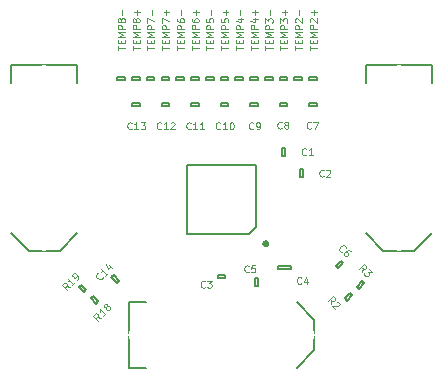
<source format=gto>
G04 #@! TF.FileFunction,Legend,Top*
%FSLAX46Y46*%
G04 Gerber Fmt 4.6, Leading zero omitted, Abs format (unit mm)*
G04 Created by KiCad (PCBNEW 4.0.2+e4-6225~38~ubuntu14.04.1-stable) date Fri 17 Jun 2016 18:56:52 BST*
%MOMM*%
G01*
G04 APERTURE LIST*
%ADD10C,0.100000*%
%ADD11C,0.120000*%
%ADD12C,0.200000*%
%ADD13C,0.150000*%
%ADD14R,1.500000X0.300000*%
%ADD15R,0.300000X1.500000*%
%ADD16C,0.800000*%
%ADD17R,0.800000X0.800000*%
%ADD18O,0.800000X0.800000*%
%ADD19R,2.920000X0.740000*%
%ADD20C,1.200000*%
%ADD21R,0.740000X2.920000*%
%ADD22R,0.900000X0.750000*%
%ADD23R,0.750000X0.900000*%
%ADD24R,1.450000X1.150000*%
G04 APERTURE END LIST*
D10*
D11*
X104971429Y-90842857D02*
X104971429Y-90500000D01*
X105571429Y-90671429D02*
X104971429Y-90671429D01*
X105257143Y-90300000D02*
X105257143Y-90100000D01*
X105571429Y-90014286D02*
X105571429Y-90300000D01*
X104971429Y-90300000D01*
X104971429Y-90014286D01*
X105571429Y-89757143D02*
X104971429Y-89757143D01*
X105400000Y-89557143D01*
X104971429Y-89357143D01*
X105571429Y-89357143D01*
X105571429Y-89071429D02*
X104971429Y-89071429D01*
X104971429Y-88842857D01*
X105000000Y-88785715D01*
X105028571Y-88757143D01*
X105085714Y-88728572D01*
X105171429Y-88728572D01*
X105228571Y-88757143D01*
X105257143Y-88785715D01*
X105285714Y-88842857D01*
X105285714Y-89071429D01*
X104971429Y-88528572D02*
X104971429Y-88157143D01*
X105200000Y-88357143D01*
X105200000Y-88271429D01*
X105228571Y-88214286D01*
X105257143Y-88185715D01*
X105314286Y-88157143D01*
X105457143Y-88157143D01*
X105514286Y-88185715D01*
X105542857Y-88214286D01*
X105571429Y-88271429D01*
X105571429Y-88442857D01*
X105542857Y-88500000D01*
X105514286Y-88528572D01*
X105342857Y-87900000D02*
X105342857Y-87442857D01*
X105571429Y-87671428D02*
X105114286Y-87671428D01*
X107471429Y-90842857D02*
X107471429Y-90500000D01*
X108071429Y-90671429D02*
X107471429Y-90671429D01*
X107757143Y-90300000D02*
X107757143Y-90100000D01*
X108071429Y-90014286D02*
X108071429Y-90300000D01*
X107471429Y-90300000D01*
X107471429Y-90014286D01*
X108071429Y-89757143D02*
X107471429Y-89757143D01*
X107900000Y-89557143D01*
X107471429Y-89357143D01*
X108071429Y-89357143D01*
X108071429Y-89071429D02*
X107471429Y-89071429D01*
X107471429Y-88842857D01*
X107500000Y-88785715D01*
X107528571Y-88757143D01*
X107585714Y-88728572D01*
X107671429Y-88728572D01*
X107728571Y-88757143D01*
X107757143Y-88785715D01*
X107785714Y-88842857D01*
X107785714Y-89071429D01*
X107528571Y-88500000D02*
X107500000Y-88471429D01*
X107471429Y-88414286D01*
X107471429Y-88271429D01*
X107500000Y-88214286D01*
X107528571Y-88185715D01*
X107585714Y-88157143D01*
X107642857Y-88157143D01*
X107728571Y-88185715D01*
X108071429Y-88528572D01*
X108071429Y-88157143D01*
X107842857Y-87900000D02*
X107842857Y-87442857D01*
X108071429Y-87671428D02*
X107614286Y-87671428D01*
X103721429Y-90842857D02*
X103721429Y-90500000D01*
X104321429Y-90671429D02*
X103721429Y-90671429D01*
X104007143Y-90300000D02*
X104007143Y-90100000D01*
X104321429Y-90014286D02*
X104321429Y-90300000D01*
X103721429Y-90300000D01*
X103721429Y-90014286D01*
X104321429Y-89757143D02*
X103721429Y-89757143D01*
X104150000Y-89557143D01*
X103721429Y-89357143D01*
X104321429Y-89357143D01*
X104321429Y-89071429D02*
X103721429Y-89071429D01*
X103721429Y-88842857D01*
X103750000Y-88785715D01*
X103778571Y-88757143D01*
X103835714Y-88728572D01*
X103921429Y-88728572D01*
X103978571Y-88757143D01*
X104007143Y-88785715D01*
X104035714Y-88842857D01*
X104035714Y-89071429D01*
X103721429Y-88528572D02*
X103721429Y-88157143D01*
X103950000Y-88357143D01*
X103950000Y-88271429D01*
X103978571Y-88214286D01*
X104007143Y-88185715D01*
X104064286Y-88157143D01*
X104207143Y-88157143D01*
X104264286Y-88185715D01*
X104292857Y-88214286D01*
X104321429Y-88271429D01*
X104321429Y-88442857D01*
X104292857Y-88500000D01*
X104264286Y-88528572D01*
X104092857Y-87900000D02*
X104092857Y-87442857D01*
X102471429Y-90842857D02*
X102471429Y-90500000D01*
X103071429Y-90671429D02*
X102471429Y-90671429D01*
X102757143Y-90300000D02*
X102757143Y-90100000D01*
X103071429Y-90014286D02*
X103071429Y-90300000D01*
X102471429Y-90300000D01*
X102471429Y-90014286D01*
X103071429Y-89757143D02*
X102471429Y-89757143D01*
X102900000Y-89557143D01*
X102471429Y-89357143D01*
X103071429Y-89357143D01*
X103071429Y-89071429D02*
X102471429Y-89071429D01*
X102471429Y-88842857D01*
X102500000Y-88785715D01*
X102528571Y-88757143D01*
X102585714Y-88728572D01*
X102671429Y-88728572D01*
X102728571Y-88757143D01*
X102757143Y-88785715D01*
X102785714Y-88842857D01*
X102785714Y-89071429D01*
X102671429Y-88214286D02*
X103071429Y-88214286D01*
X102442857Y-88357143D02*
X102871429Y-88500000D01*
X102871429Y-88128572D01*
X102842857Y-87900000D02*
X102842857Y-87442857D01*
X103071429Y-87671428D02*
X102614286Y-87671428D01*
X106221429Y-90842857D02*
X106221429Y-90500000D01*
X106821429Y-90671429D02*
X106221429Y-90671429D01*
X106507143Y-90300000D02*
X106507143Y-90100000D01*
X106821429Y-90014286D02*
X106821429Y-90300000D01*
X106221429Y-90300000D01*
X106221429Y-90014286D01*
X106821429Y-89757143D02*
X106221429Y-89757143D01*
X106650000Y-89557143D01*
X106221429Y-89357143D01*
X106821429Y-89357143D01*
X106821429Y-89071429D02*
X106221429Y-89071429D01*
X106221429Y-88842857D01*
X106250000Y-88785715D01*
X106278571Y-88757143D01*
X106335714Y-88728572D01*
X106421429Y-88728572D01*
X106478571Y-88757143D01*
X106507143Y-88785715D01*
X106535714Y-88842857D01*
X106535714Y-89071429D01*
X106278571Y-88500000D02*
X106250000Y-88471429D01*
X106221429Y-88414286D01*
X106221429Y-88271429D01*
X106250000Y-88214286D01*
X106278571Y-88185715D01*
X106335714Y-88157143D01*
X106392857Y-88157143D01*
X106478571Y-88185715D01*
X106821429Y-88528572D01*
X106821429Y-88157143D01*
X106592857Y-87900000D02*
X106592857Y-87442857D01*
X101221429Y-90842857D02*
X101221429Y-90500000D01*
X101821429Y-90671429D02*
X101221429Y-90671429D01*
X101507143Y-90300000D02*
X101507143Y-90100000D01*
X101821429Y-90014286D02*
X101821429Y-90300000D01*
X101221429Y-90300000D01*
X101221429Y-90014286D01*
X101821429Y-89757143D02*
X101221429Y-89757143D01*
X101650000Y-89557143D01*
X101221429Y-89357143D01*
X101821429Y-89357143D01*
X101821429Y-89071429D02*
X101221429Y-89071429D01*
X101221429Y-88842857D01*
X101250000Y-88785715D01*
X101278571Y-88757143D01*
X101335714Y-88728572D01*
X101421429Y-88728572D01*
X101478571Y-88757143D01*
X101507143Y-88785715D01*
X101535714Y-88842857D01*
X101535714Y-89071429D01*
X101421429Y-88214286D02*
X101821429Y-88214286D01*
X101192857Y-88357143D02*
X101621429Y-88500000D01*
X101621429Y-88128572D01*
X101592857Y-87900000D02*
X101592857Y-87442857D01*
X99971429Y-90842857D02*
X99971429Y-90500000D01*
X100571429Y-90671429D02*
X99971429Y-90671429D01*
X100257143Y-90300000D02*
X100257143Y-90100000D01*
X100571429Y-90014286D02*
X100571429Y-90300000D01*
X99971429Y-90300000D01*
X99971429Y-90014286D01*
X100571429Y-89757143D02*
X99971429Y-89757143D01*
X100400000Y-89557143D01*
X99971429Y-89357143D01*
X100571429Y-89357143D01*
X100571429Y-89071429D02*
X99971429Y-89071429D01*
X99971429Y-88842857D01*
X100000000Y-88785715D01*
X100028571Y-88757143D01*
X100085714Y-88728572D01*
X100171429Y-88728572D01*
X100228571Y-88757143D01*
X100257143Y-88785715D01*
X100285714Y-88842857D01*
X100285714Y-89071429D01*
X99971429Y-88185715D02*
X99971429Y-88471429D01*
X100257143Y-88500000D01*
X100228571Y-88471429D01*
X100200000Y-88414286D01*
X100200000Y-88271429D01*
X100228571Y-88214286D01*
X100257143Y-88185715D01*
X100314286Y-88157143D01*
X100457143Y-88157143D01*
X100514286Y-88185715D01*
X100542857Y-88214286D01*
X100571429Y-88271429D01*
X100571429Y-88414286D01*
X100542857Y-88471429D01*
X100514286Y-88500000D01*
X100342857Y-87900000D02*
X100342857Y-87442857D01*
X100571429Y-87671428D02*
X100114286Y-87671428D01*
X98721429Y-90842857D02*
X98721429Y-90500000D01*
X99321429Y-90671429D02*
X98721429Y-90671429D01*
X99007143Y-90300000D02*
X99007143Y-90100000D01*
X99321429Y-90014286D02*
X99321429Y-90300000D01*
X98721429Y-90300000D01*
X98721429Y-90014286D01*
X99321429Y-89757143D02*
X98721429Y-89757143D01*
X99150000Y-89557143D01*
X98721429Y-89357143D01*
X99321429Y-89357143D01*
X99321429Y-89071429D02*
X98721429Y-89071429D01*
X98721429Y-88842857D01*
X98750000Y-88785715D01*
X98778571Y-88757143D01*
X98835714Y-88728572D01*
X98921429Y-88728572D01*
X98978571Y-88757143D01*
X99007143Y-88785715D01*
X99035714Y-88842857D01*
X99035714Y-89071429D01*
X98721429Y-88185715D02*
X98721429Y-88471429D01*
X99007143Y-88500000D01*
X98978571Y-88471429D01*
X98950000Y-88414286D01*
X98950000Y-88271429D01*
X98978571Y-88214286D01*
X99007143Y-88185715D01*
X99064286Y-88157143D01*
X99207143Y-88157143D01*
X99264286Y-88185715D01*
X99292857Y-88214286D01*
X99321429Y-88271429D01*
X99321429Y-88414286D01*
X99292857Y-88471429D01*
X99264286Y-88500000D01*
X99092857Y-87900000D02*
X99092857Y-87442857D01*
X97471429Y-90842857D02*
X97471429Y-90500000D01*
X98071429Y-90671429D02*
X97471429Y-90671429D01*
X97757143Y-90300000D02*
X97757143Y-90100000D01*
X98071429Y-90014286D02*
X98071429Y-90300000D01*
X97471429Y-90300000D01*
X97471429Y-90014286D01*
X98071429Y-89757143D02*
X97471429Y-89757143D01*
X97900000Y-89557143D01*
X97471429Y-89357143D01*
X98071429Y-89357143D01*
X98071429Y-89071429D02*
X97471429Y-89071429D01*
X97471429Y-88842857D01*
X97500000Y-88785715D01*
X97528571Y-88757143D01*
X97585714Y-88728572D01*
X97671429Y-88728572D01*
X97728571Y-88757143D01*
X97757143Y-88785715D01*
X97785714Y-88842857D01*
X97785714Y-89071429D01*
X97471429Y-88214286D02*
X97471429Y-88328572D01*
X97500000Y-88385715D01*
X97528571Y-88414286D01*
X97614286Y-88471429D01*
X97728571Y-88500000D01*
X97957143Y-88500000D01*
X98014286Y-88471429D01*
X98042857Y-88442857D01*
X98071429Y-88385715D01*
X98071429Y-88271429D01*
X98042857Y-88214286D01*
X98014286Y-88185715D01*
X97957143Y-88157143D01*
X97814286Y-88157143D01*
X97757143Y-88185715D01*
X97728571Y-88214286D01*
X97700000Y-88271429D01*
X97700000Y-88385715D01*
X97728571Y-88442857D01*
X97757143Y-88471429D01*
X97814286Y-88500000D01*
X97842857Y-87900000D02*
X97842857Y-87442857D01*
X98071429Y-87671428D02*
X97614286Y-87671428D01*
X96221429Y-90842857D02*
X96221429Y-90500000D01*
X96821429Y-90671429D02*
X96221429Y-90671429D01*
X96507143Y-90300000D02*
X96507143Y-90100000D01*
X96821429Y-90014286D02*
X96821429Y-90300000D01*
X96221429Y-90300000D01*
X96221429Y-90014286D01*
X96821429Y-89757143D02*
X96221429Y-89757143D01*
X96650000Y-89557143D01*
X96221429Y-89357143D01*
X96821429Y-89357143D01*
X96821429Y-89071429D02*
X96221429Y-89071429D01*
X96221429Y-88842857D01*
X96250000Y-88785715D01*
X96278571Y-88757143D01*
X96335714Y-88728572D01*
X96421429Y-88728572D01*
X96478571Y-88757143D01*
X96507143Y-88785715D01*
X96535714Y-88842857D01*
X96535714Y-89071429D01*
X96221429Y-88214286D02*
X96221429Y-88328572D01*
X96250000Y-88385715D01*
X96278571Y-88414286D01*
X96364286Y-88471429D01*
X96478571Y-88500000D01*
X96707143Y-88500000D01*
X96764286Y-88471429D01*
X96792857Y-88442857D01*
X96821429Y-88385715D01*
X96821429Y-88271429D01*
X96792857Y-88214286D01*
X96764286Y-88185715D01*
X96707143Y-88157143D01*
X96564286Y-88157143D01*
X96507143Y-88185715D01*
X96478571Y-88214286D01*
X96450000Y-88271429D01*
X96450000Y-88385715D01*
X96478571Y-88442857D01*
X96507143Y-88471429D01*
X96564286Y-88500000D01*
X96592857Y-87900000D02*
X96592857Y-87442857D01*
X94971429Y-90842857D02*
X94971429Y-90500000D01*
X95571429Y-90671429D02*
X94971429Y-90671429D01*
X95257143Y-90300000D02*
X95257143Y-90100000D01*
X95571429Y-90014286D02*
X95571429Y-90300000D01*
X94971429Y-90300000D01*
X94971429Y-90014286D01*
X95571429Y-89757143D02*
X94971429Y-89757143D01*
X95400000Y-89557143D01*
X94971429Y-89357143D01*
X95571429Y-89357143D01*
X95571429Y-89071429D02*
X94971429Y-89071429D01*
X94971429Y-88842857D01*
X95000000Y-88785715D01*
X95028571Y-88757143D01*
X95085714Y-88728572D01*
X95171429Y-88728572D01*
X95228571Y-88757143D01*
X95257143Y-88785715D01*
X95285714Y-88842857D01*
X95285714Y-89071429D01*
X94971429Y-88528572D02*
X94971429Y-88128572D01*
X95571429Y-88385715D01*
X95342857Y-87900000D02*
X95342857Y-87442857D01*
X95571429Y-87671428D02*
X95114286Y-87671428D01*
X93721429Y-90842857D02*
X93721429Y-90500000D01*
X94321429Y-90671429D02*
X93721429Y-90671429D01*
X94007143Y-90300000D02*
X94007143Y-90100000D01*
X94321429Y-90014286D02*
X94321429Y-90300000D01*
X93721429Y-90300000D01*
X93721429Y-90014286D01*
X94321429Y-89757143D02*
X93721429Y-89757143D01*
X94150000Y-89557143D01*
X93721429Y-89357143D01*
X94321429Y-89357143D01*
X94321429Y-89071429D02*
X93721429Y-89071429D01*
X93721429Y-88842857D01*
X93750000Y-88785715D01*
X93778571Y-88757143D01*
X93835714Y-88728572D01*
X93921429Y-88728572D01*
X93978571Y-88757143D01*
X94007143Y-88785715D01*
X94035714Y-88842857D01*
X94035714Y-89071429D01*
X93721429Y-88528572D02*
X93721429Y-88128572D01*
X94321429Y-88385715D01*
X94092857Y-87900000D02*
X94092857Y-87442857D01*
X92471429Y-90842857D02*
X92471429Y-90500000D01*
X93071429Y-90671429D02*
X92471429Y-90671429D01*
X92757143Y-90300000D02*
X92757143Y-90100000D01*
X93071429Y-90014286D02*
X93071429Y-90300000D01*
X92471429Y-90300000D01*
X92471429Y-90014286D01*
X93071429Y-89757143D02*
X92471429Y-89757143D01*
X92900000Y-89557143D01*
X92471429Y-89357143D01*
X93071429Y-89357143D01*
X93071429Y-89071429D02*
X92471429Y-89071429D01*
X92471429Y-88842857D01*
X92500000Y-88785715D01*
X92528571Y-88757143D01*
X92585714Y-88728572D01*
X92671429Y-88728572D01*
X92728571Y-88757143D01*
X92757143Y-88785715D01*
X92785714Y-88842857D01*
X92785714Y-89071429D01*
X92728571Y-88385715D02*
X92700000Y-88442857D01*
X92671429Y-88471429D01*
X92614286Y-88500000D01*
X92585714Y-88500000D01*
X92528571Y-88471429D01*
X92500000Y-88442857D01*
X92471429Y-88385715D01*
X92471429Y-88271429D01*
X92500000Y-88214286D01*
X92528571Y-88185715D01*
X92585714Y-88157143D01*
X92614286Y-88157143D01*
X92671429Y-88185715D01*
X92700000Y-88214286D01*
X92728571Y-88271429D01*
X92728571Y-88385715D01*
X92757143Y-88442857D01*
X92785714Y-88471429D01*
X92842857Y-88500000D01*
X92957143Y-88500000D01*
X93014286Y-88471429D01*
X93042857Y-88442857D01*
X93071429Y-88385715D01*
X93071429Y-88271429D01*
X93042857Y-88214286D01*
X93014286Y-88185715D01*
X92957143Y-88157143D01*
X92842857Y-88157143D01*
X92785714Y-88185715D01*
X92757143Y-88214286D01*
X92728571Y-88271429D01*
X92842857Y-87900000D02*
X92842857Y-87442857D01*
X93071429Y-87671428D02*
X92614286Y-87671428D01*
X91221429Y-90842857D02*
X91221429Y-90500000D01*
X91821429Y-90671429D02*
X91221429Y-90671429D01*
X91507143Y-90300000D02*
X91507143Y-90100000D01*
X91821429Y-90014286D02*
X91821429Y-90300000D01*
X91221429Y-90300000D01*
X91221429Y-90014286D01*
X91821429Y-89757143D02*
X91221429Y-89757143D01*
X91650000Y-89557143D01*
X91221429Y-89357143D01*
X91821429Y-89357143D01*
X91821429Y-89071429D02*
X91221429Y-89071429D01*
X91221429Y-88842857D01*
X91250000Y-88785715D01*
X91278571Y-88757143D01*
X91335714Y-88728572D01*
X91421429Y-88728572D01*
X91478571Y-88757143D01*
X91507143Y-88785715D01*
X91535714Y-88842857D01*
X91535714Y-89071429D01*
X91478571Y-88385715D02*
X91450000Y-88442857D01*
X91421429Y-88471429D01*
X91364286Y-88500000D01*
X91335714Y-88500000D01*
X91278571Y-88471429D01*
X91250000Y-88442857D01*
X91221429Y-88385715D01*
X91221429Y-88271429D01*
X91250000Y-88214286D01*
X91278571Y-88185715D01*
X91335714Y-88157143D01*
X91364286Y-88157143D01*
X91421429Y-88185715D01*
X91450000Y-88214286D01*
X91478571Y-88271429D01*
X91478571Y-88385715D01*
X91507143Y-88442857D01*
X91535714Y-88471429D01*
X91592857Y-88500000D01*
X91707143Y-88500000D01*
X91764286Y-88471429D01*
X91792857Y-88442857D01*
X91821429Y-88385715D01*
X91821429Y-88271429D01*
X91792857Y-88214286D01*
X91764286Y-88185715D01*
X91707143Y-88157143D01*
X91592857Y-88157143D01*
X91535714Y-88185715D01*
X91507143Y-88214286D01*
X91478571Y-88271429D01*
X91592857Y-87900000D02*
X91592857Y-87442857D01*
D12*
X103900000Y-107250000D02*
X103600000Y-107250000D01*
X103861803Y-107250000D02*
G75*
G03X103861803Y-107250000I-111803J0D01*
G01*
X103973607Y-107250000D02*
G75*
G03X103973607Y-107250000I-223607J0D01*
G01*
D11*
X92385714Y-97514286D02*
X92357143Y-97542857D01*
X92271429Y-97571429D01*
X92214286Y-97571429D01*
X92128571Y-97542857D01*
X92071429Y-97485714D01*
X92042857Y-97428571D01*
X92014286Y-97314286D01*
X92014286Y-97228571D01*
X92042857Y-97114286D01*
X92071429Y-97057143D01*
X92128571Y-97000000D01*
X92214286Y-96971429D01*
X92271429Y-96971429D01*
X92357143Y-97000000D01*
X92385714Y-97028571D01*
X92957143Y-97571429D02*
X92614286Y-97571429D01*
X92785714Y-97571429D02*
X92785714Y-96971429D01*
X92728571Y-97057143D01*
X92671429Y-97114286D01*
X92614286Y-97142857D01*
X93157143Y-96971429D02*
X93528572Y-96971429D01*
X93328572Y-97200000D01*
X93414286Y-97200000D01*
X93471429Y-97228571D01*
X93500000Y-97257143D01*
X93528572Y-97314286D01*
X93528572Y-97457143D01*
X93500000Y-97514286D01*
X93471429Y-97542857D01*
X93414286Y-97571429D01*
X93242858Y-97571429D01*
X93185715Y-97542857D01*
X93157143Y-97514286D01*
X94885714Y-97514286D02*
X94857143Y-97542857D01*
X94771429Y-97571429D01*
X94714286Y-97571429D01*
X94628571Y-97542857D01*
X94571429Y-97485714D01*
X94542857Y-97428571D01*
X94514286Y-97314286D01*
X94514286Y-97228571D01*
X94542857Y-97114286D01*
X94571429Y-97057143D01*
X94628571Y-97000000D01*
X94714286Y-96971429D01*
X94771429Y-96971429D01*
X94857143Y-97000000D01*
X94885714Y-97028571D01*
X95457143Y-97571429D02*
X95114286Y-97571429D01*
X95285714Y-97571429D02*
X95285714Y-96971429D01*
X95228571Y-97057143D01*
X95171429Y-97114286D01*
X95114286Y-97142857D01*
X95685715Y-97028571D02*
X95714286Y-97000000D01*
X95771429Y-96971429D01*
X95914286Y-96971429D01*
X95971429Y-97000000D01*
X96000000Y-97028571D01*
X96028572Y-97085714D01*
X96028572Y-97142857D01*
X96000000Y-97228571D01*
X95657143Y-97571429D01*
X96028572Y-97571429D01*
X97385714Y-97514286D02*
X97357143Y-97542857D01*
X97271429Y-97571429D01*
X97214286Y-97571429D01*
X97128571Y-97542857D01*
X97071429Y-97485714D01*
X97042857Y-97428571D01*
X97014286Y-97314286D01*
X97014286Y-97228571D01*
X97042857Y-97114286D01*
X97071429Y-97057143D01*
X97128571Y-97000000D01*
X97214286Y-96971429D01*
X97271429Y-96971429D01*
X97357143Y-97000000D01*
X97385714Y-97028571D01*
X97957143Y-97571429D02*
X97614286Y-97571429D01*
X97785714Y-97571429D02*
X97785714Y-96971429D01*
X97728571Y-97057143D01*
X97671429Y-97114286D01*
X97614286Y-97142857D01*
X98528572Y-97571429D02*
X98185715Y-97571429D01*
X98357143Y-97571429D02*
X98357143Y-96971429D01*
X98300000Y-97057143D01*
X98242858Y-97114286D01*
X98185715Y-97142857D01*
X99885714Y-97514286D02*
X99857143Y-97542857D01*
X99771429Y-97571429D01*
X99714286Y-97571429D01*
X99628571Y-97542857D01*
X99571429Y-97485714D01*
X99542857Y-97428571D01*
X99514286Y-97314286D01*
X99514286Y-97228571D01*
X99542857Y-97114286D01*
X99571429Y-97057143D01*
X99628571Y-97000000D01*
X99714286Y-96971429D01*
X99771429Y-96971429D01*
X99857143Y-97000000D01*
X99885714Y-97028571D01*
X100457143Y-97571429D02*
X100114286Y-97571429D01*
X100285714Y-97571429D02*
X100285714Y-96971429D01*
X100228571Y-97057143D01*
X100171429Y-97114286D01*
X100114286Y-97142857D01*
X100828572Y-96971429D02*
X100885715Y-96971429D01*
X100942858Y-97000000D01*
X100971429Y-97028571D01*
X101000000Y-97085714D01*
X101028572Y-97200000D01*
X101028572Y-97342857D01*
X101000000Y-97457143D01*
X100971429Y-97514286D01*
X100942858Y-97542857D01*
X100885715Y-97571429D01*
X100828572Y-97571429D01*
X100771429Y-97542857D01*
X100742858Y-97514286D01*
X100714286Y-97457143D01*
X100685715Y-97342857D01*
X100685715Y-97200000D01*
X100714286Y-97085714D01*
X100742858Y-97028571D01*
X100771429Y-97000000D01*
X100828572Y-96971429D01*
X102685714Y-97514286D02*
X102657143Y-97542857D01*
X102571429Y-97571429D01*
X102514286Y-97571429D01*
X102428571Y-97542857D01*
X102371429Y-97485714D01*
X102342857Y-97428571D01*
X102314286Y-97314286D01*
X102314286Y-97228571D01*
X102342857Y-97114286D01*
X102371429Y-97057143D01*
X102428571Y-97000000D01*
X102514286Y-96971429D01*
X102571429Y-96971429D01*
X102657143Y-97000000D01*
X102685714Y-97028571D01*
X102971429Y-97571429D02*
X103085714Y-97571429D01*
X103142857Y-97542857D01*
X103171429Y-97514286D01*
X103228571Y-97428571D01*
X103257143Y-97314286D01*
X103257143Y-97085714D01*
X103228571Y-97028571D01*
X103200000Y-97000000D01*
X103142857Y-96971429D01*
X103028571Y-96971429D01*
X102971429Y-97000000D01*
X102942857Y-97028571D01*
X102914286Y-97085714D01*
X102914286Y-97228571D01*
X102942857Y-97285714D01*
X102971429Y-97314286D01*
X103028571Y-97342857D01*
X103142857Y-97342857D01*
X103200000Y-97314286D01*
X103228571Y-97285714D01*
X103257143Y-97228571D01*
X105085714Y-97464286D02*
X105057143Y-97492857D01*
X104971429Y-97521429D01*
X104914286Y-97521429D01*
X104828571Y-97492857D01*
X104771429Y-97435714D01*
X104742857Y-97378571D01*
X104714286Y-97264286D01*
X104714286Y-97178571D01*
X104742857Y-97064286D01*
X104771429Y-97007143D01*
X104828571Y-96950000D01*
X104914286Y-96921429D01*
X104971429Y-96921429D01*
X105057143Y-96950000D01*
X105085714Y-96978571D01*
X105428571Y-97178571D02*
X105371429Y-97150000D01*
X105342857Y-97121429D01*
X105314286Y-97064286D01*
X105314286Y-97035714D01*
X105342857Y-96978571D01*
X105371429Y-96950000D01*
X105428571Y-96921429D01*
X105542857Y-96921429D01*
X105600000Y-96950000D01*
X105628571Y-96978571D01*
X105657143Y-97035714D01*
X105657143Y-97064286D01*
X105628571Y-97121429D01*
X105600000Y-97150000D01*
X105542857Y-97178571D01*
X105428571Y-97178571D01*
X105371429Y-97207143D01*
X105342857Y-97235714D01*
X105314286Y-97292857D01*
X105314286Y-97407143D01*
X105342857Y-97464286D01*
X105371429Y-97492857D01*
X105428571Y-97521429D01*
X105542857Y-97521429D01*
X105600000Y-97492857D01*
X105628571Y-97464286D01*
X105657143Y-97407143D01*
X105657143Y-97292857D01*
X105628571Y-97235714D01*
X105600000Y-97207143D01*
X105542857Y-97178571D01*
X107585714Y-97464286D02*
X107557143Y-97492857D01*
X107471429Y-97521429D01*
X107414286Y-97521429D01*
X107328571Y-97492857D01*
X107271429Y-97435714D01*
X107242857Y-97378571D01*
X107214286Y-97264286D01*
X107214286Y-97178571D01*
X107242857Y-97064286D01*
X107271429Y-97007143D01*
X107328571Y-96950000D01*
X107414286Y-96921429D01*
X107471429Y-96921429D01*
X107557143Y-96950000D01*
X107585714Y-96978571D01*
X107785714Y-96921429D02*
X108185714Y-96921429D01*
X107928571Y-97521429D01*
X110177766Y-107930812D02*
X110137361Y-107930812D01*
X110056548Y-107890407D01*
X110016142Y-107850001D01*
X109975736Y-107769188D01*
X109975737Y-107688376D01*
X109995939Y-107627766D01*
X110056548Y-107526752D01*
X110117158Y-107466142D01*
X110218172Y-107405533D01*
X110278782Y-107385330D01*
X110359594Y-107385330D01*
X110440406Y-107425737D01*
X110480812Y-107466143D01*
X110521219Y-107546955D01*
X110521219Y-107587360D01*
X110925279Y-107910610D02*
X110844467Y-107829797D01*
X110783858Y-107809594D01*
X110743452Y-107809594D01*
X110642437Y-107829797D01*
X110541422Y-107890406D01*
X110379797Y-108052031D01*
X110359594Y-108112640D01*
X110359595Y-108153046D01*
X110379797Y-108213655D01*
X110460609Y-108294468D01*
X110521219Y-108314670D01*
X110561624Y-108314670D01*
X110622234Y-108294468D01*
X110723249Y-108193452D01*
X110743452Y-108132843D01*
X110743452Y-108092437D01*
X110723249Y-108031828D01*
X110642437Y-107951015D01*
X110581828Y-107930812D01*
X110541421Y-107930812D01*
X110480812Y-107951016D01*
X111887360Y-109671219D02*
X111947970Y-109327766D01*
X111644924Y-109428782D02*
X112069188Y-109004518D01*
X112230812Y-109166143D01*
X112251015Y-109226751D01*
X112251016Y-109267157D01*
X112230812Y-109327766D01*
X112170203Y-109388376D01*
X112109595Y-109408579D01*
X112069188Y-109408579D01*
X112008579Y-109388376D01*
X111846955Y-109226751D01*
X112453045Y-109388376D02*
X112715685Y-109651016D01*
X112412640Y-109671219D01*
X112473249Y-109731828D01*
X112493452Y-109792437D01*
X112493452Y-109832843D01*
X112473249Y-109893452D01*
X112372234Y-109994468D01*
X112311624Y-110014670D01*
X112271219Y-110014670D01*
X112210609Y-109994468D01*
X112089391Y-109873250D01*
X112069188Y-109812640D01*
X112069188Y-109772234D01*
X109237360Y-112371219D02*
X109297970Y-112027766D01*
X108994924Y-112128782D02*
X109419188Y-111704518D01*
X109580812Y-111866143D01*
X109601015Y-111926751D01*
X109601016Y-111967157D01*
X109580812Y-112027766D01*
X109520203Y-112088376D01*
X109459595Y-112108579D01*
X109419188Y-112108579D01*
X109358579Y-112088376D01*
X109196955Y-111926751D01*
X109782843Y-112148985D02*
X109823249Y-112148985D01*
X109883858Y-112169188D01*
X109984873Y-112270203D01*
X110005076Y-112330812D01*
X110005076Y-112371218D01*
X109984874Y-112431828D01*
X109944468Y-112472234D01*
X109863655Y-112512639D01*
X109378781Y-112512640D01*
X109641421Y-112775280D01*
X89819188Y-113514671D02*
X89475735Y-113454061D01*
X89576751Y-113757107D02*
X89152487Y-113332843D01*
X89314112Y-113171219D01*
X89374720Y-113151016D01*
X89415126Y-113151015D01*
X89475735Y-113171219D01*
X89536345Y-113231828D01*
X89556548Y-113292437D01*
X89556548Y-113332843D01*
X89536345Y-113393452D01*
X89374720Y-113555076D01*
X90223249Y-113110610D02*
X89980812Y-113353046D01*
X90102030Y-113231828D02*
X89677766Y-112807564D01*
X89697969Y-112908579D01*
X89697970Y-112989391D01*
X89677766Y-113050000D01*
X90223248Y-112625736D02*
X90162640Y-112645939D01*
X90122234Y-112645939D01*
X90061625Y-112625736D01*
X90041421Y-112605532D01*
X90021218Y-112544924D01*
X90021219Y-112504517D01*
X90041421Y-112443909D01*
X90122234Y-112363097D01*
X90182843Y-112342893D01*
X90223248Y-112342893D01*
X90283858Y-112363096D01*
X90304061Y-112383299D01*
X90324264Y-112443909D01*
X90324264Y-112484315D01*
X90304061Y-112544924D01*
X90223248Y-112625736D01*
X90203046Y-112686345D01*
X90203045Y-112726751D01*
X90223249Y-112787360D01*
X90304061Y-112868172D01*
X90364670Y-112888376D01*
X90405076Y-112888375D01*
X90465685Y-112868173D01*
X90546498Y-112787361D01*
X90566701Y-112726751D01*
X90566701Y-112686346D01*
X90546498Y-112625736D01*
X90465685Y-112544924D01*
X90405076Y-112524721D01*
X90364670Y-112524721D01*
X90304061Y-112544924D01*
X87169188Y-110914671D02*
X86825735Y-110854061D01*
X86926751Y-111157107D02*
X86502487Y-110732843D01*
X86664112Y-110571219D01*
X86724720Y-110551016D01*
X86765126Y-110551015D01*
X86825735Y-110571219D01*
X86886345Y-110631828D01*
X86906548Y-110692437D01*
X86906548Y-110732843D01*
X86886345Y-110793452D01*
X86724720Y-110955076D01*
X87573249Y-110510610D02*
X87330812Y-110753046D01*
X87452030Y-110631828D02*
X87027766Y-110207564D01*
X87047969Y-110308579D01*
X87047970Y-110389391D01*
X87027766Y-110450000D01*
X87775280Y-110308579D02*
X87856092Y-110227767D01*
X87876294Y-110167157D01*
X87876295Y-110126751D01*
X87856091Y-110025736D01*
X87795483Y-109924721D01*
X87633858Y-109763096D01*
X87573248Y-109742893D01*
X87532843Y-109742893D01*
X87472234Y-109763097D01*
X87391421Y-109843909D01*
X87371219Y-109904517D01*
X87371218Y-109944924D01*
X87391421Y-110005532D01*
X87492437Y-110106548D01*
X87553045Y-110126751D01*
X87593452Y-110126751D01*
X87654061Y-110106548D01*
X87734873Y-110025736D01*
X87755076Y-109965127D01*
X87755076Y-109924721D01*
X87734873Y-109864111D01*
X89928781Y-110074265D02*
X89928781Y-110114670D01*
X89888376Y-110195483D01*
X89847970Y-110235889D01*
X89767157Y-110276295D01*
X89686345Y-110276294D01*
X89625735Y-110256092D01*
X89524721Y-110195483D01*
X89464111Y-110134873D01*
X89403502Y-110033859D01*
X89383299Y-109973249D01*
X89383299Y-109892437D01*
X89423706Y-109811625D01*
X89464112Y-109771219D01*
X89544924Y-109730812D01*
X89585329Y-109730812D01*
X90373249Y-109710610D02*
X90130812Y-109953046D01*
X90252030Y-109831828D02*
X89827766Y-109407564D01*
X89847969Y-109508579D01*
X89847970Y-109589391D01*
X89827766Y-109650000D01*
X90454061Y-109064112D02*
X90736904Y-109346955D01*
X90191421Y-109003502D02*
X90393452Y-109407563D01*
X90656092Y-109144924D01*
X98600000Y-110914286D02*
X98571429Y-110942857D01*
X98485715Y-110971429D01*
X98428572Y-110971429D01*
X98342857Y-110942857D01*
X98285715Y-110885714D01*
X98257143Y-110828571D01*
X98228572Y-110714286D01*
X98228572Y-110628571D01*
X98257143Y-110514286D01*
X98285715Y-110457143D01*
X98342857Y-110400000D01*
X98428572Y-110371429D01*
X98485715Y-110371429D01*
X98571429Y-110400000D01*
X98600000Y-110428571D01*
X98800000Y-110371429D02*
X99171429Y-110371429D01*
X98971429Y-110600000D01*
X99057143Y-110600000D01*
X99114286Y-110628571D01*
X99142857Y-110657143D01*
X99171429Y-110714286D01*
X99171429Y-110857143D01*
X99142857Y-110914286D01*
X99114286Y-110942857D01*
X99057143Y-110971429D01*
X98885715Y-110971429D01*
X98828572Y-110942857D01*
X98800000Y-110914286D01*
X102300000Y-109614286D02*
X102271429Y-109642857D01*
X102185715Y-109671429D01*
X102128572Y-109671429D01*
X102042857Y-109642857D01*
X101985715Y-109585714D01*
X101957143Y-109528571D01*
X101928572Y-109414286D01*
X101928572Y-109328571D01*
X101957143Y-109214286D01*
X101985715Y-109157143D01*
X102042857Y-109100000D01*
X102128572Y-109071429D01*
X102185715Y-109071429D01*
X102271429Y-109100000D01*
X102300000Y-109128571D01*
X102842857Y-109071429D02*
X102557143Y-109071429D01*
X102528572Y-109357143D01*
X102557143Y-109328571D01*
X102614286Y-109300000D01*
X102757143Y-109300000D01*
X102814286Y-109328571D01*
X102842857Y-109357143D01*
X102871429Y-109414286D01*
X102871429Y-109557143D01*
X102842857Y-109614286D01*
X102814286Y-109642857D01*
X102757143Y-109671429D01*
X102614286Y-109671429D01*
X102557143Y-109642857D01*
X102528572Y-109614286D01*
X106750000Y-110614286D02*
X106721429Y-110642857D01*
X106635715Y-110671429D01*
X106578572Y-110671429D01*
X106492857Y-110642857D01*
X106435715Y-110585714D01*
X106407143Y-110528571D01*
X106378572Y-110414286D01*
X106378572Y-110328571D01*
X106407143Y-110214286D01*
X106435715Y-110157143D01*
X106492857Y-110100000D01*
X106578572Y-110071429D01*
X106635715Y-110071429D01*
X106721429Y-110100000D01*
X106750000Y-110128571D01*
X107264286Y-110271429D02*
X107264286Y-110671429D01*
X107121429Y-110042857D02*
X106978572Y-110471429D01*
X107350000Y-110471429D01*
X108650000Y-101514286D02*
X108621429Y-101542857D01*
X108535715Y-101571429D01*
X108478572Y-101571429D01*
X108392857Y-101542857D01*
X108335715Y-101485714D01*
X108307143Y-101428571D01*
X108278572Y-101314286D01*
X108278572Y-101228571D01*
X108307143Y-101114286D01*
X108335715Y-101057143D01*
X108392857Y-101000000D01*
X108478572Y-100971429D01*
X108535715Y-100971429D01*
X108621429Y-101000000D01*
X108650000Y-101028571D01*
X108878572Y-101028571D02*
X108907143Y-101000000D01*
X108964286Y-100971429D01*
X109107143Y-100971429D01*
X109164286Y-101000000D01*
X109192857Y-101028571D01*
X109221429Y-101085714D01*
X109221429Y-101142857D01*
X109192857Y-101228571D01*
X108850000Y-101571429D01*
X109221429Y-101571429D01*
X107150000Y-99714286D02*
X107121429Y-99742857D01*
X107035715Y-99771429D01*
X106978572Y-99771429D01*
X106892857Y-99742857D01*
X106835715Y-99685714D01*
X106807143Y-99628571D01*
X106778572Y-99514286D01*
X106778572Y-99428571D01*
X106807143Y-99314286D01*
X106835715Y-99257143D01*
X106892857Y-99200000D01*
X106978572Y-99171429D01*
X107035715Y-99171429D01*
X107121429Y-99200000D01*
X107150000Y-99228571D01*
X107721429Y-99771429D02*
X107378572Y-99771429D01*
X107550000Y-99771429D02*
X107550000Y-99171429D01*
X107492857Y-99257143D01*
X107435715Y-99314286D01*
X107378572Y-99342857D01*
D13*
X102350000Y-106450000D02*
X97050000Y-106450000D01*
X97050000Y-106450000D02*
X97050000Y-100550000D01*
X97050000Y-100550000D02*
X102950000Y-100550000D01*
X102950000Y-100550000D02*
X102950000Y-105850000D01*
X102950000Y-105850000D02*
X102350000Y-106450000D01*
X87785000Y-93635000D02*
X87785000Y-92135000D01*
X87785000Y-92135000D02*
X82215000Y-92135000D01*
X82215000Y-92135000D02*
X82215000Y-93635000D01*
X82215000Y-106365000D02*
X83715000Y-107865000D01*
X83715000Y-107865000D02*
X86285000Y-107865000D01*
X86285000Y-107865000D02*
X87785000Y-106365000D01*
X117785000Y-93635000D02*
X117785000Y-92135000D01*
X117785000Y-92135000D02*
X112215000Y-92135000D01*
X112215000Y-92135000D02*
X112215000Y-93635000D01*
X112215000Y-106365000D02*
X113715000Y-107865000D01*
X113715000Y-107865000D02*
X116285000Y-107865000D01*
X116285000Y-107865000D02*
X117785000Y-106365000D01*
X93635000Y-112215000D02*
X92135000Y-112215000D01*
X92135000Y-112215000D02*
X92135000Y-117785000D01*
X92135000Y-117785000D02*
X93635000Y-117785000D01*
X106365000Y-117785000D02*
X107865000Y-116285000D01*
X107865000Y-116285000D02*
X107865000Y-113715000D01*
X107865000Y-113715000D02*
X106365000Y-112215000D01*
X91175000Y-93375000D02*
X91175000Y-93125000D01*
X91175000Y-93125000D02*
X91825000Y-93125000D01*
X91825000Y-93125000D02*
X91825000Y-93375000D01*
X91825000Y-93375000D02*
X91175000Y-93375000D01*
X92425000Y-93375000D02*
X92425000Y-93125000D01*
X92425000Y-93125000D02*
X93075000Y-93125000D01*
X93075000Y-93125000D02*
X93075000Y-93375000D01*
X93075000Y-93375000D02*
X92425000Y-93375000D01*
X101175000Y-93375000D02*
X101175000Y-93125000D01*
X101175000Y-93125000D02*
X101825000Y-93125000D01*
X101825000Y-93125000D02*
X101825000Y-93375000D01*
X101825000Y-93375000D02*
X101175000Y-93375000D01*
X102425000Y-93375000D02*
X102425000Y-93125000D01*
X102425000Y-93125000D02*
X103075000Y-93125000D01*
X103075000Y-93125000D02*
X103075000Y-93375000D01*
X103075000Y-93375000D02*
X102425000Y-93375000D01*
X93675000Y-93375000D02*
X93675000Y-93125000D01*
X93675000Y-93125000D02*
X94325000Y-93125000D01*
X94325000Y-93125000D02*
X94325000Y-93375000D01*
X94325000Y-93375000D02*
X93675000Y-93375000D01*
X94925000Y-93375000D02*
X94925000Y-93125000D01*
X94925000Y-93125000D02*
X95575000Y-93125000D01*
X95575000Y-93125000D02*
X95575000Y-93375000D01*
X95575000Y-93375000D02*
X94925000Y-93375000D01*
X103675000Y-93375000D02*
X103675000Y-93125000D01*
X103675000Y-93125000D02*
X104325000Y-93125000D01*
X104325000Y-93125000D02*
X104325000Y-93375000D01*
X104325000Y-93375000D02*
X103675000Y-93375000D01*
X104925000Y-93375000D02*
X104925000Y-93125000D01*
X104925000Y-93125000D02*
X105575000Y-93125000D01*
X105575000Y-93125000D02*
X105575000Y-93375000D01*
X105575000Y-93375000D02*
X104925000Y-93375000D01*
X96175000Y-93375000D02*
X96175000Y-93125000D01*
X96175000Y-93125000D02*
X96825000Y-93125000D01*
X96825000Y-93125000D02*
X96825000Y-93375000D01*
X96825000Y-93375000D02*
X96175000Y-93375000D01*
X97425000Y-93375000D02*
X97425000Y-93125000D01*
X97425000Y-93125000D02*
X98075000Y-93125000D01*
X98075000Y-93125000D02*
X98075000Y-93375000D01*
X98075000Y-93375000D02*
X97425000Y-93375000D01*
X106175000Y-93375000D02*
X106175000Y-93125000D01*
X106175000Y-93125000D02*
X106825000Y-93125000D01*
X106825000Y-93125000D02*
X106825000Y-93375000D01*
X106825000Y-93375000D02*
X106175000Y-93375000D01*
X107425000Y-93375000D02*
X107425000Y-93125000D01*
X107425000Y-93125000D02*
X108075000Y-93125000D01*
X108075000Y-93125000D02*
X108075000Y-93375000D01*
X108075000Y-93375000D02*
X107425000Y-93375000D01*
X88537868Y-111171751D02*
X88361091Y-111348528D01*
X88361091Y-111348528D02*
X87901472Y-110888909D01*
X87901472Y-110888909D02*
X88078249Y-110712132D01*
X88078249Y-110712132D02*
X88537868Y-111171751D01*
X89568198Y-112141421D02*
X89391421Y-112318198D01*
X89391421Y-112318198D02*
X88931802Y-111858579D01*
X88931802Y-111858579D02*
X89108579Y-111681802D01*
X89108579Y-111681802D02*
X89568198Y-112141421D01*
X98675000Y-93375000D02*
X98675000Y-93125000D01*
X98675000Y-93125000D02*
X99325000Y-93125000D01*
X99325000Y-93125000D02*
X99325000Y-93375000D01*
X99325000Y-93375000D02*
X98675000Y-93375000D01*
X99925000Y-93375000D02*
X99925000Y-93125000D01*
X99925000Y-93125000D02*
X100575000Y-93125000D01*
X100575000Y-93125000D02*
X100575000Y-93375000D01*
X100575000Y-93375000D02*
X99925000Y-93375000D01*
X110891421Y-111431802D02*
X111068198Y-111608579D01*
X111068198Y-111608579D02*
X110608579Y-112068198D01*
X110608579Y-112068198D02*
X110431802Y-111891421D01*
X110431802Y-111891421D02*
X110891421Y-111431802D01*
X111891421Y-110431802D02*
X112068198Y-110608579D01*
X112068198Y-110608579D02*
X111608579Y-111068198D01*
X111608579Y-111068198D02*
X111431802Y-110891421D01*
X111431802Y-110891421D02*
X111891421Y-110431802D01*
X92425000Y-95625000D02*
X92425000Y-95375000D01*
X92425000Y-95375000D02*
X93075000Y-95375000D01*
X93075000Y-95375000D02*
X93075000Y-95625000D01*
X93075000Y-95625000D02*
X92425000Y-95625000D01*
X102425000Y-95625000D02*
X102425000Y-95375000D01*
X102425000Y-95375000D02*
X103075000Y-95375000D01*
X103075000Y-95375000D02*
X103075000Y-95625000D01*
X103075000Y-95625000D02*
X102425000Y-95625000D01*
X94925000Y-95625000D02*
X94925000Y-95375000D01*
X94925000Y-95375000D02*
X95575000Y-95375000D01*
X95575000Y-95375000D02*
X95575000Y-95625000D01*
X95575000Y-95625000D02*
X94925000Y-95625000D01*
X104925000Y-95625000D02*
X104925000Y-95375000D01*
X104925000Y-95375000D02*
X105575000Y-95375000D01*
X105575000Y-95375000D02*
X105575000Y-95625000D01*
X105575000Y-95625000D02*
X104925000Y-95625000D01*
X97425000Y-95625000D02*
X97425000Y-95375000D01*
X97425000Y-95375000D02*
X98075000Y-95375000D01*
X98075000Y-95375000D02*
X98075000Y-95625000D01*
X98075000Y-95625000D02*
X97425000Y-95625000D01*
X107425000Y-95625000D02*
X107425000Y-95375000D01*
X107425000Y-95375000D02*
X108075000Y-95375000D01*
X108075000Y-95375000D02*
X108075000Y-95625000D01*
X108075000Y-95625000D02*
X107425000Y-95625000D01*
X91318198Y-110391421D02*
X91141421Y-110568198D01*
X91141421Y-110568198D02*
X90681802Y-110108579D01*
X90681802Y-110108579D02*
X90858579Y-109931802D01*
X90858579Y-109931802D02*
X91318198Y-110391421D01*
X99925000Y-95625000D02*
X99925000Y-95375000D01*
X99925000Y-95375000D02*
X100575000Y-95375000D01*
X100575000Y-95375000D02*
X100575000Y-95625000D01*
X100575000Y-95625000D02*
X99925000Y-95625000D01*
X110141421Y-108681802D02*
X110318198Y-108858579D01*
X110318198Y-108858579D02*
X109858579Y-109318198D01*
X109858579Y-109318198D02*
X109681802Y-109141421D01*
X109681802Y-109141421D02*
X110141421Y-108681802D01*
X102875000Y-110175000D02*
X103125000Y-110175000D01*
X103125000Y-110175000D02*
X103125000Y-110825000D01*
X103125000Y-110825000D02*
X102875000Y-110825000D01*
X102875000Y-110825000D02*
X102875000Y-110175000D01*
X99675000Y-110125000D02*
X99675000Y-109875000D01*
X99675000Y-109875000D02*
X100325000Y-109875000D01*
X100325000Y-109875000D02*
X100325000Y-110125000D01*
X100325000Y-110125000D02*
X99675000Y-110125000D01*
X106875000Y-101575000D02*
X106625000Y-101575000D01*
X106625000Y-101575000D02*
X106625000Y-100925000D01*
X106625000Y-100925000D02*
X106875000Y-100925000D01*
X106875000Y-100925000D02*
X106875000Y-101575000D01*
X105375000Y-99825000D02*
X105125000Y-99825000D01*
X105125000Y-99825000D02*
X105125000Y-99175000D01*
X105125000Y-99175000D02*
X105375000Y-99175000D01*
X105375000Y-99175000D02*
X105375000Y-99825000D01*
X105900000Y-109125000D02*
X105900000Y-109375000D01*
X105900000Y-109375000D02*
X104800000Y-109375000D01*
X104800000Y-109375000D02*
X104800000Y-109125000D01*
X104800000Y-109125000D02*
X105900000Y-109125000D01*
%LPC*%
D14*
X104200000Y-106250000D03*
X104200000Y-105750000D03*
X104200000Y-105250000D03*
X104200000Y-104750000D03*
X104200000Y-104250000D03*
X104200000Y-103750000D03*
X104200000Y-103250000D03*
X104200000Y-102750000D03*
X104200000Y-102250000D03*
X104200000Y-101750000D03*
X104200000Y-101250000D03*
X104200000Y-100750000D03*
D15*
X102750000Y-99300000D03*
X102250000Y-99300000D03*
X101750000Y-99300000D03*
X101250000Y-99300000D03*
X100750000Y-99300000D03*
X100250000Y-99300000D03*
X99750000Y-99300000D03*
X99250000Y-99300000D03*
X98750000Y-99300000D03*
X98250000Y-99300000D03*
X97750000Y-99300000D03*
X97250000Y-99300000D03*
D14*
X95800000Y-100750000D03*
X95800000Y-101250000D03*
X95800000Y-101750000D03*
X95800000Y-102250000D03*
X95800000Y-102750000D03*
X95800000Y-103250000D03*
X95800000Y-103750000D03*
X95800000Y-104250000D03*
X95800000Y-104750000D03*
X95800000Y-105250000D03*
X95800000Y-105750000D03*
X95800000Y-106250000D03*
D15*
X97250000Y-107700000D03*
X97750000Y-107700000D03*
X98250000Y-107700000D03*
X98750000Y-107700000D03*
X99250000Y-107700000D03*
X99750000Y-107700000D03*
X100250000Y-107700000D03*
X100750000Y-107700000D03*
X101250000Y-107700000D03*
X101750000Y-107700000D03*
X102250000Y-107700000D03*
X102750000Y-107700000D03*
D10*
G36*
X112116117Y-113699568D02*
X111550432Y-113133883D01*
X112116117Y-112568198D01*
X112681802Y-113133883D01*
X112116117Y-113699568D01*
X112116117Y-113699568D01*
G37*
D16*
X113000000Y-112250000D02*
X113000000Y-112250000D01*
D10*
G36*
X86450432Y-112366117D02*
X87016117Y-111800432D01*
X87581802Y-112366117D01*
X87016117Y-112931802D01*
X86450432Y-112366117D01*
X86450432Y-112366117D01*
G37*
D16*
X87900000Y-113250000D02*
X87900000Y-113250000D01*
D17*
X91500000Y-91500000D03*
D18*
X92750000Y-91500000D03*
X94000000Y-91500000D03*
X95250000Y-91500000D03*
X96500000Y-91500000D03*
X97750000Y-91500000D03*
X99000000Y-91500000D03*
X100250000Y-91500000D03*
X101500000Y-91500000D03*
X102750000Y-91500000D03*
X104000000Y-91500000D03*
X105250000Y-91500000D03*
X106500000Y-91500000D03*
X107750000Y-91500000D03*
D19*
X83285000Y-94285000D03*
X86715000Y-94285000D03*
X83285000Y-95555000D03*
X86715000Y-95555000D03*
X83285000Y-96825000D03*
X86715000Y-96825000D03*
X83285000Y-98095000D03*
X86715000Y-98095000D03*
X83285000Y-99365000D03*
X86715000Y-99365000D03*
X83285000Y-100635000D03*
X86715000Y-100635000D03*
X83285000Y-101905000D03*
X86715000Y-101905000D03*
X83285000Y-103175000D03*
X86715000Y-103175000D03*
X83285000Y-104445000D03*
X86715000Y-104445000D03*
X83285000Y-105715000D03*
X86715000Y-105715000D03*
X113285000Y-94285000D03*
X116715000Y-94285000D03*
X113285000Y-95555000D03*
X116715000Y-95555000D03*
X113285000Y-96825000D03*
X116715000Y-96825000D03*
X113285000Y-98095000D03*
X116715000Y-98095000D03*
X113285000Y-99365000D03*
X116715000Y-99365000D03*
X113285000Y-100635000D03*
X116715000Y-100635000D03*
X113285000Y-101905000D03*
X116715000Y-101905000D03*
X113285000Y-103175000D03*
X116715000Y-103175000D03*
X113285000Y-104445000D03*
X116715000Y-104445000D03*
X113285000Y-105715000D03*
X116715000Y-105715000D03*
D20*
X85000000Y-107305000D03*
X85000000Y-92695000D03*
X115000000Y-107305000D03*
X115000000Y-92695000D03*
D21*
X94285000Y-116715000D03*
X94285000Y-113285000D03*
X95555000Y-116715000D03*
X95555000Y-113285000D03*
X96825000Y-116715000D03*
X96825000Y-113285000D03*
X98095000Y-116715000D03*
X98095000Y-113285000D03*
X99365000Y-116715000D03*
X99365000Y-113285000D03*
X100635000Y-116715000D03*
X100635000Y-113285000D03*
X101905000Y-116715000D03*
X101905000Y-113285000D03*
X103175000Y-116715000D03*
X103175000Y-113285000D03*
X104445000Y-116715000D03*
X104445000Y-113285000D03*
X105715000Y-116715000D03*
X105715000Y-113285000D03*
D20*
X107305000Y-115000000D03*
X92695000Y-115000000D03*
D22*
X91500000Y-93950000D03*
X91500000Y-92550000D03*
X92750000Y-93950000D03*
X92750000Y-92550000D03*
X101500000Y-93950000D03*
X101500000Y-92550000D03*
X102750000Y-93950000D03*
X102750000Y-92550000D03*
X94000000Y-93950000D03*
X94000000Y-92550000D03*
X95250000Y-93950000D03*
X95250000Y-92550000D03*
X104000000Y-93950000D03*
X104000000Y-92550000D03*
X105250000Y-93950000D03*
X105250000Y-92550000D03*
X96500000Y-93950000D03*
X96500000Y-92550000D03*
X97750000Y-93950000D03*
X97750000Y-92550000D03*
X106500000Y-93950000D03*
X106500000Y-92550000D03*
X107750000Y-93950000D03*
X107750000Y-92550000D03*
D10*
G36*
X88661612Y-109951992D02*
X89298008Y-110588388D01*
X88767678Y-111118718D01*
X88131282Y-110482322D01*
X88661612Y-109951992D01*
X88661612Y-109951992D01*
G37*
G36*
X87671662Y-110941942D02*
X88308058Y-111578338D01*
X87777728Y-112108668D01*
X87141332Y-111472272D01*
X87671662Y-110941942D01*
X87671662Y-110941942D01*
G37*
G36*
X89691942Y-110921662D02*
X90328338Y-111558058D01*
X89798008Y-112088388D01*
X89161612Y-111451992D01*
X89691942Y-110921662D01*
X89691942Y-110921662D01*
G37*
G36*
X88701992Y-111911612D02*
X89338388Y-112548008D01*
X88808058Y-113078338D01*
X88171662Y-112441942D01*
X88701992Y-111911612D01*
X88701992Y-111911612D01*
G37*
D22*
X99000000Y-93950000D03*
X99000000Y-92550000D03*
X100250000Y-93950000D03*
X100250000Y-92550000D03*
D10*
G36*
X109671662Y-111308058D02*
X110308058Y-110671662D01*
X110838388Y-111201992D01*
X110201992Y-111838388D01*
X109671662Y-111308058D01*
X109671662Y-111308058D01*
G37*
G36*
X110661612Y-112298008D02*
X111298008Y-111661612D01*
X111828338Y-112191942D01*
X111191942Y-112828338D01*
X110661612Y-112298008D01*
X110661612Y-112298008D01*
G37*
G36*
X110671662Y-110308058D02*
X111308058Y-109671662D01*
X111838388Y-110201992D01*
X111201992Y-110838388D01*
X110671662Y-110308058D01*
X110671662Y-110308058D01*
G37*
G36*
X111661612Y-111298008D02*
X112298008Y-110661612D01*
X112828338Y-111191942D01*
X112191942Y-111828338D01*
X111661612Y-111298008D01*
X111661612Y-111298008D01*
G37*
D22*
X92750000Y-96200000D03*
X92750000Y-94800000D03*
X102750000Y-96200000D03*
X102750000Y-94800000D03*
X95250000Y-96200000D03*
X95250000Y-94800000D03*
X105250000Y-96200000D03*
X105250000Y-94800000D03*
X97750000Y-96200000D03*
X97750000Y-94800000D03*
X107750000Y-96200000D03*
X107750000Y-94800000D03*
D10*
G36*
X91441942Y-109171662D02*
X92078338Y-109808058D01*
X91548008Y-110338388D01*
X90911612Y-109701992D01*
X91441942Y-109171662D01*
X91441942Y-109171662D01*
G37*
G36*
X90451992Y-110161612D02*
X91088388Y-110798008D01*
X90558058Y-111328338D01*
X89921662Y-110691942D01*
X90451992Y-110161612D01*
X90451992Y-110161612D01*
G37*
D22*
X100250000Y-96200000D03*
X100250000Y-94800000D03*
D10*
G36*
X108921662Y-108558058D02*
X109558058Y-107921662D01*
X110088388Y-108451992D01*
X109451992Y-109088388D01*
X108921662Y-108558058D01*
X108921662Y-108558058D01*
G37*
G36*
X109911612Y-109548008D02*
X110548008Y-108911612D01*
X111078338Y-109441942D01*
X110441942Y-110078338D01*
X109911612Y-109548008D01*
X109911612Y-109548008D01*
G37*
D23*
X102300000Y-110500000D03*
X103700000Y-110500000D03*
D22*
X100000000Y-110700000D03*
X100000000Y-109300000D03*
D23*
X107450000Y-101250000D03*
X106050000Y-101250000D03*
X105950000Y-99500000D03*
X104550000Y-99500000D03*
D24*
X105350000Y-108350000D03*
X105350000Y-110150000D03*
M02*

</source>
